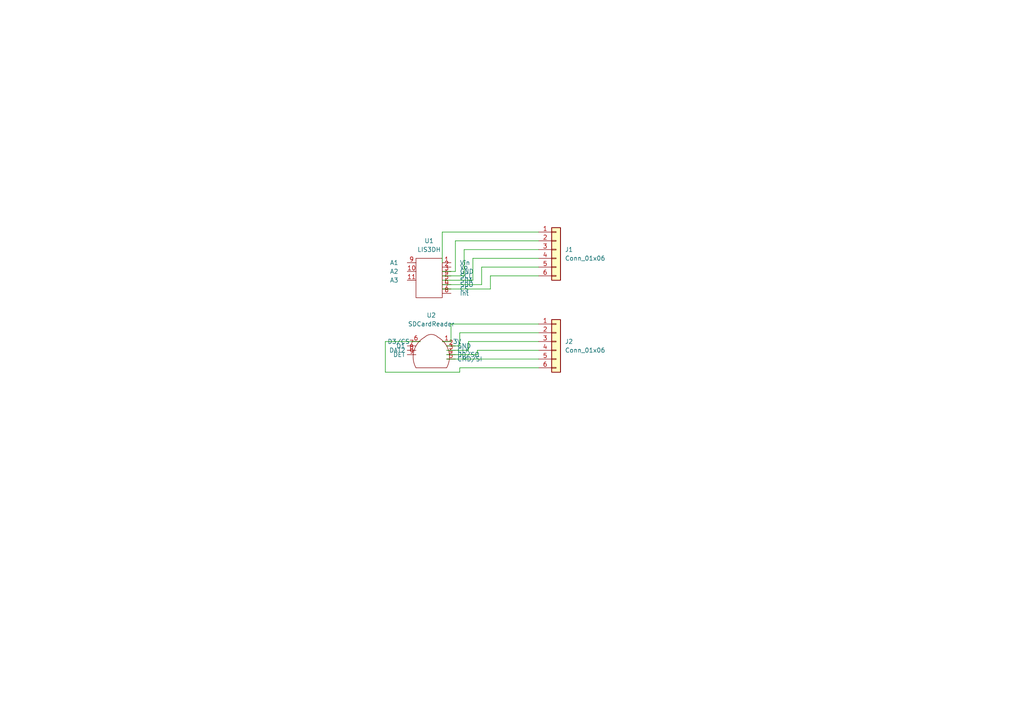
<source format=kicad_sch>
(kicad_sch (version 20211123) (generator eeschema)
  (paper "A4")
  (lib_symbols
    (symbol "Connector_Generic:Conn_01x06" (pin_names (offset 1.016) hide)
      (property "Reference" "J" (at 0 7.62 0))
      (property "Value" "Conn_01x06" (at 0 -10.16 0))
      (symbol "Conn_01x06_1_1"
        (rectangle (start -1.27 -7.493) (end 0 -7.747) (stroke (width 0.1524)))
        (rectangle (start -1.27 -4.953) (end 0 -5.207) (stroke (width 0.1524)))
        (rectangle (start -1.27 -2.413) (end 0 -2.667) (stroke (width 0.1524)))
        (rectangle (start -1.27 0.127) (end 0 -0.127) (stroke (width 0.1524)))
        (rectangle (start -1.27 2.667) (end 0 2.413) (stroke (width 0.1524)))
        (rectangle (start -1.27 5.207) (end 0 4.953) (stroke (width 0.1524)))
        (rectangle (start -1.27 6.35) (end 1.27 -8.89) (stroke (width 0.254)) (fill (type background)))
        (pin passive line (at -5.08 5.08 0) (length 3.81) (name "Pin_1") (number "1"))
        (pin passive line (at -5.08 2.54 0) (length 3.81) (name "Pin_2") (number "2"))
        (pin passive line (at -5.08 0 0) (length 3.81) (name "Pin_3") (number "3"))
        (pin passive line (at -5.08 -2.54 0) (length 3.81) (name "Pin_4") (number "4"))
        (pin passive line (at -5.08 -5.08 0) (length 3.81) (name "Pin_5") (number "5"))
        (pin passive line (at -5.08 -7.62 0) (length 3.81) (name "Pin_6") (number "6"))
      )
    )
    (symbol "ElectronicEggDrop:LIS3DH" (pin_names (offset 2.54))
      (property "Reference" "U1" (at 0 3.81 0))
      (property "Value" "LIS3DH" (at 0 1.27 0))
      (symbol "LIS3DH_0_1"
        (rectangle (start -3.81 -1.27) (end 3.81 -12.7))
      )
      (symbol "LIS3DH_1_1"
        (pin power_in line (at 3.81 -2.54 0) (length 2.54) (name "Vin") (number "1"))
        (pin unspecified line (at -3.81 -5.08 180) (length 2.54) (name "A2") (number "10"))
        (pin unspecified line (at -3.81 -7.62 180) (length 2.54) (name "A3") (number "11"))
        (pin power_out line (at 3.81 -3.81 0) (length 2.54) (name "Vo") (number "2"))
        (pin passive line (at 3.81 -5.08 0) (length 2.54) (name "GND") (number "3"))
        (pin unspecified line (at 3.81 -6.35 0) (length 2.54) (name "SCL") (number "4"))
        (pin unspecified line (at 3.81 -7.62 0) (length 2.54) (name "SDA") (number "5"))
        (pin unspecified line (at 3.81 -8.89 0) (length 2.54) (name "SDO") (number "6"))
        (pin unspecified line (at 3.81 -10.16 0) (length 2.54) (name "CS") (number "7"))
        (pin unspecified line (at 3.81 -11.43 0) (length 2.54) (name "Int") (number "8"))
        (pin unspecified line (at -3.81 -2.54 180) (length 2.54) (name "A1") (number "9"))
      )
    )
    (symbol "ElectronicEggDrop:SDCardReader"
      (property "Reference" "U2" (at -6.985 3.81 0))
      (property "Value" "SDCardReader" (at -6.985 1.27 0))
      (symbol "SDCardReader_0_1"
        (arc (start -8.89 -2.54) (mid -12.0012 -6.4589) (end -11.43 -11.43))
        (arc (start -5.08 -2.54) (mid -6.985 -1.7509) (end -8.89 -2.54))
        (arc (start -2.54 -11.43) (mid -1.9688 -6.4589) (end -5.08 -2.54))
        (polyline (pts (xy -2.54 -11.43) (xy -11.43 -11.43) (xy -11.43 -11.43)))
      )
      (symbol "SDCardReader_1_1"
        (pin input line (at -3.81 -3.81 0) (length 2.54) (name "3V") (number "1"))
        (pin input line (at -2.54 -5.08 0) (length 2.54) (name "GND") (number "2"))
        (pin input line (at -2.54 -6.35 0) (length 2.54) (name "CLK") (number "3"))
        (pin input line (at -2.54 -7.62 0) (length 2.54) (name "D0/SO") (number "4"))
        (pin input line (at -2.54 -8.89 0) (length 2.54) (name "CMD/SI") (number "5"))
        (pin input line (at -10.16 -3.81 180) (length 2.54) (name "D3/CS") (number "6"))
        (pin input line (at -11.43 -5.08 180) (length 2.54) (name "D1") (number "7"))
        (pin input line (at -11.43 -6.35 180) (length 2.54) (name "DAT2") (number "8"))
        (pin input line (at -11.43 -7.62 180) (length 2.54) (name "DET") (number "9"))
      )
    )
  )
  (wire (pts (xy 128.27 81.28) (xy 137.16 81.28)))
  (wire (pts (xy 111.76 107.95) (xy 133.35 107.95)))
  (wire (pts (xy 128.27 80.01) (xy 134.62 80.01)))
  (wire (pts (xy 130.81 93.98) (xy 156.21 93.98)))
  (wire (pts (xy 132.08 69.85) (xy 156.21 69.85)))
  (wire (pts (xy 128.27 67.31) (xy 156.21 67.31)))
  (wire (pts (xy 132.08 78.74) (xy 132.08 69.85)))
  (wire (pts (xy 137.16 74.93) (xy 156.21 74.93)))
  (wire (pts (xy 128.27 78.74) (xy 132.08 78.74)))
  (wire (pts (xy 135.89 99.06) (xy 156.21 99.06)))
  (wire (pts (xy 139.7 82.55) (xy 139.7 77.47)))
  (wire (pts (xy 138.43 101.6) (xy 156.21 101.6)))
  (wire (pts (xy 137.16 81.28) (xy 137.16 74.93)))
  (wire (pts (xy 121.92 99.06) (xy 111.76 99.06)))
  (wire (pts (xy 133.35 100.33) (xy 133.35 96.52)))
  (wire (pts (xy 134.62 80.01) (xy 134.62 72.39)))
  (wire (pts (xy 135.89 101.6) (xy 135.89 99.06)))
  (wire (pts (xy 111.76 99.06) (xy 111.76 107.95)))
  (wire (pts (xy 130.81 99.06) (xy 130.81 93.98)))
  (wire (pts (xy 133.35 96.52) (xy 156.21 96.52)))
  (wire (pts (xy 129.54 104.14) (xy 156.21 104.14)))
  (wire (pts (xy 128.27 83.82) (xy 142.24 83.82)))
  (wire (pts (xy 142.24 83.82) (xy 142.24 80.01)))
  (wire (pts (xy 129.54 101.6) (xy 135.89 101.6)))
  (wire (pts (xy 133.35 107.95) (xy 133.35 106.68)))
  (wire (pts (xy 142.24 80.01) (xy 156.21 80.01)))
  (wire (pts (xy 128.27 76.2) (xy 128.27 67.31)))
  (wire (pts (xy 138.43 102.87) (xy 138.43 101.6)))
  (wire (pts (xy 128.27 82.55) (xy 139.7 82.55)))
  (wire (pts (xy 134.62 72.39) (xy 156.21 72.39)))
  (wire (pts (xy 129.54 100.33) (xy 133.35 100.33)))
  (wire (pts (xy 139.7 77.47) (xy 156.21 77.47)))
  (wire (pts (xy 129.54 102.87) (xy 138.43 102.87)))
  (wire (pts (xy 128.27 99.06) (xy 130.81 99.06)))
  (wire (pts (xy 133.35 106.68) (xy 156.21 106.68)))
  (symbol (lib_id "Connector_Generic:Conn_01x06") (at 161.29 72.39 0) (unit 1)
    (property "Reference" "J1" (at 163.83 72.3899 0) (effects (justify left)))
    (property "Value" "Conn_01x06" (at 163.83 74.9299 0) (effects (justify left)))
    (property "Footprint" "Connector_PinHeader_2.54mm:PinHeader_1x06_P2.54mm_Vertical" (effects hide))
  )
  (symbol (lib_id "Connector_Generic:Conn_01x06") (at 161.29 99.06 0) (unit 1)
    (property "Reference" "J2" (at 163.83 99.0599 0) (effects (justify left)))
    (property "Value" "Conn_01x06" (at 163.83 101.5999 0) (effects (justify left)))
    (property "Footprint" "Connector_PinHeader_2.54mm:PinHeader_1x06_P2.54mm_Vertical" (effects hide))
  )
  (symbol (lib_id "ElectronicEggDrop:LIS3DH") (at 124.46 73.66 0) (unit 1)
    (property "Reference" "U1" (at 124.46 69.85 0))
    (property "Value" "LIS3DH" (at 124.46 72.39 0))
    (property "Footprint" "ElectronicEggDrop:LIS3DH" (effects hide))
  )
  (symbol (lib_id "ElectronicEggDrop:SDCardReader") (at 132.08 95.25 0) (unit 1)
    (property "Reference" "U2" (at 125.095 91.44 0))
    (property "Value" "SDCardReader" (at 125.095 93.98 0))
    (property "Footprint" "ElectronicEggDrop:SDCardReader" (effects hide))
  )
)
</source>
